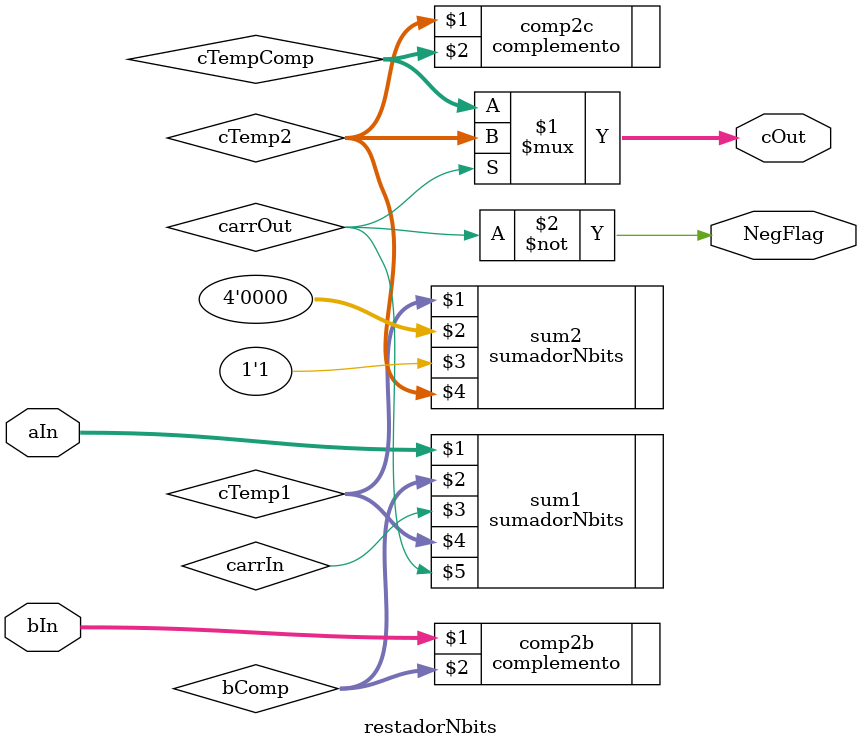
<source format=sv>
module restadorNbits #(N=4) (
					input logic [N-1:0] aIn,
					input logic [N-1:0] bIn,
					output logic [N-1:0] cOut,
					output logic NegFlag);

logic [N-1:0] bComp, cTemp1, cTemp2, cTempComp;
logic carrIn, carrOut;

complemento #(N) comp2b (bIn, bComp);
sumadorNbits #(N) sum1 (aIn, bComp, carrIn, cTemp1, carrOut);
sumadorNbits #(N) sum2 (cTemp1, {N{1'b0}}, 1'b1, cTemp2);
complemento #(N) comp2c (cTemp2, cTempComp);

assign cOut = carrOut ? cTemp2 : cTempComp;
assign NegFlag = ~carrOut;
					
endmodule
					
					
</source>
